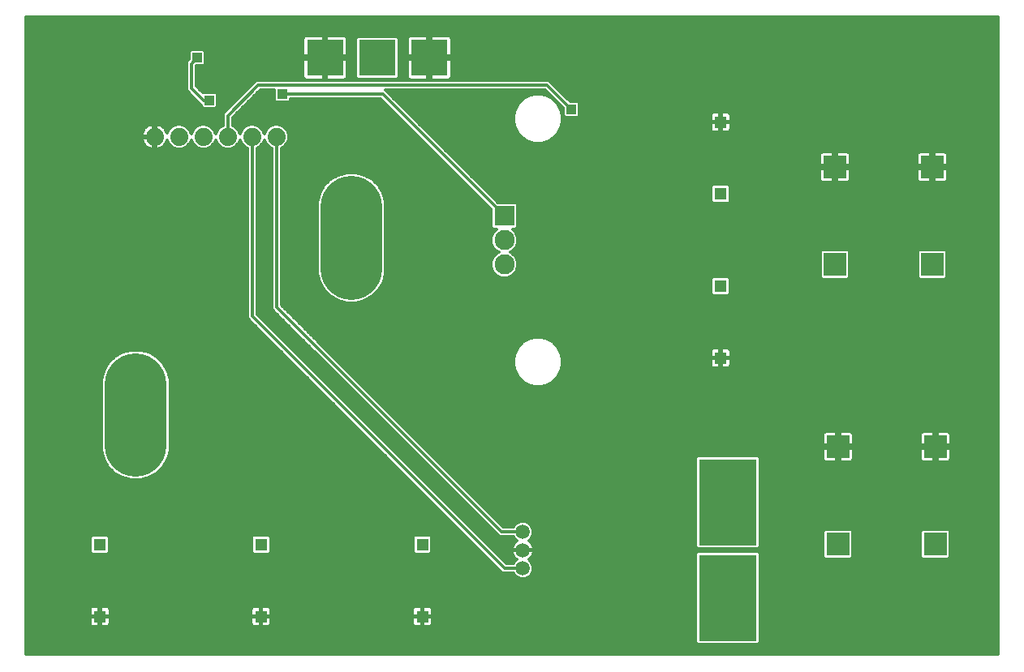
<source format=gbl>
G75*
%MOIN*%
%OFA0B0*%
%FSLAX24Y24*%
%IPPOS*%
%LPD*%
%AMOC8*
5,1,8,0,0,1.08239X$1,22.5*
%
%ADD10R,0.0945X0.0945*%
%ADD11C,0.0740*%
%ADD12R,0.0825X0.0825*%
%ADD13C,0.0825*%
%ADD14R,0.0515X0.0515*%
%ADD15C,0.0591*%
%ADD16R,0.2362X0.3543*%
%ADD17C,0.0397*%
%ADD18C,0.2540*%
%ADD19R,0.1500X0.1500*%
%ADD20R,0.0396X0.0396*%
%ADD21C,0.0120*%
D10*
X033861Y016660D03*
X037861Y016660D03*
X037861Y020660D03*
X033861Y020660D03*
X033986Y009160D03*
X037986Y009160D03*
X037986Y005160D03*
X033986Y005160D03*
D11*
X010910Y021910D03*
X009910Y021910D03*
X008910Y021910D03*
X007910Y021910D03*
X006910Y021910D03*
X005910Y021910D03*
D12*
X020279Y018660D03*
D13*
X020279Y017660D03*
X020279Y016660D03*
D14*
X029160Y015761D03*
X029160Y012809D03*
X029160Y019559D03*
X029160Y022511D03*
X016910Y005136D03*
X016910Y002184D03*
X010285Y002184D03*
X010285Y005136D03*
X003660Y005136D03*
X003660Y002184D03*
D15*
X021035Y004158D03*
X021035Y004910D03*
X021035Y005662D03*
D16*
X029460Y006879D03*
X029460Y002941D03*
D17*
X028673Y002678D03*
X028673Y002154D03*
X028830Y001682D03*
X029185Y001406D03*
X029736Y001406D03*
X030090Y001682D03*
X030248Y002154D03*
X030248Y002678D03*
X030248Y003205D03*
X030248Y003729D03*
X030090Y004201D03*
X029736Y004477D03*
X029185Y004477D03*
X028830Y004201D03*
X028673Y003729D03*
X028673Y003205D03*
X029185Y005343D03*
X028830Y005619D03*
X028673Y006091D03*
X028673Y006615D03*
X028673Y007142D03*
X028673Y007666D03*
X028830Y008138D03*
X029185Y008414D03*
X029736Y008414D03*
X030090Y008138D03*
X030248Y007666D03*
X030248Y007142D03*
X030248Y006615D03*
X030248Y006091D03*
X030090Y005619D03*
X029736Y005343D03*
D18*
X013995Y016484D02*
X013995Y019024D01*
X005136Y011741D02*
X005136Y009201D01*
D19*
X012910Y025160D03*
X015056Y025160D03*
X017201Y025160D03*
D20*
X023035Y023035D03*
X026160Y024160D03*
X011160Y023660D03*
X008160Y023410D03*
X007660Y025160D03*
D21*
X000620Y026821D02*
X000620Y000620D01*
X040570Y000620D01*
X040570Y026821D01*
X000620Y026821D01*
X000620Y026800D02*
X040570Y026800D01*
X040570Y026681D02*
X000620Y026681D01*
X000620Y026563D02*
X040570Y026563D01*
X040570Y026444D02*
X000620Y026444D01*
X000620Y026326D02*
X040570Y026326D01*
X040570Y026207D02*
X000620Y026207D01*
X000620Y026089D02*
X040570Y026089D01*
X040570Y025970D02*
X018101Y025970D01*
X018100Y025972D02*
X018079Y026008D01*
X018050Y026038D01*
X018013Y026059D01*
X017972Y026070D01*
X017261Y026070D01*
X017261Y025220D01*
X017141Y025220D01*
X017141Y025100D01*
X016291Y025100D01*
X016291Y024389D01*
X016302Y024348D01*
X016323Y024312D01*
X016353Y024282D01*
X016390Y024261D01*
X016430Y024250D01*
X017141Y024250D01*
X017141Y025100D01*
X017261Y025100D01*
X017261Y024250D01*
X017972Y024250D01*
X018013Y024261D01*
X018050Y024282D01*
X018079Y024312D01*
X018100Y024348D01*
X018111Y024389D01*
X018111Y025100D01*
X017261Y025100D01*
X017261Y025220D01*
X018111Y025220D01*
X018111Y025931D01*
X018100Y025972D01*
X018111Y025852D02*
X040570Y025852D01*
X040570Y025733D02*
X018111Y025733D01*
X018111Y025615D02*
X040570Y025615D01*
X040570Y025496D02*
X018111Y025496D01*
X018111Y025378D02*
X040570Y025378D01*
X040570Y025259D02*
X018111Y025259D01*
X018111Y025022D02*
X040570Y025022D01*
X040570Y024904D02*
X018111Y024904D01*
X018111Y024785D02*
X040570Y024785D01*
X040570Y024667D02*
X018111Y024667D01*
X018111Y024548D02*
X040570Y024548D01*
X040570Y024430D02*
X018111Y024430D01*
X018079Y024311D02*
X040570Y024311D01*
X040570Y024193D02*
X022160Y024193D01*
X022118Y024235D02*
X010077Y024235D01*
X009960Y024118D01*
X008710Y022868D01*
X008710Y022379D01*
X008621Y022342D01*
X008478Y022199D01*
X008410Y022036D01*
X008342Y022199D01*
X008199Y022342D01*
X008011Y022420D01*
X007809Y022420D01*
X007621Y022342D01*
X007478Y022199D01*
X007410Y022036D01*
X007342Y022199D01*
X007199Y022342D01*
X007011Y022420D01*
X006809Y022420D01*
X006621Y022342D01*
X006478Y022199D01*
X006419Y022058D01*
X006401Y022113D01*
X006363Y022188D01*
X006314Y022255D01*
X006255Y022314D01*
X006188Y022363D01*
X006113Y022401D01*
X006034Y022427D01*
X005952Y022440D01*
X005950Y022440D01*
X005950Y021950D01*
X005870Y021950D01*
X005870Y022440D01*
X005868Y022440D01*
X005786Y022427D01*
X005707Y022401D01*
X005632Y022363D01*
X005565Y022314D01*
X005506Y022255D01*
X005457Y022188D01*
X005419Y022113D01*
X005393Y022034D01*
X005380Y021952D01*
X005380Y021950D01*
X005870Y021950D01*
X005870Y021870D01*
X005950Y021870D01*
X005950Y021380D01*
X005952Y021380D01*
X006034Y021393D01*
X006113Y021419D01*
X006188Y021457D01*
X006255Y021506D01*
X006314Y021565D01*
X006363Y021632D01*
X006401Y021707D01*
X006419Y021762D01*
X006478Y021621D01*
X006621Y021478D01*
X006809Y021400D01*
X007011Y021400D01*
X007199Y021478D01*
X007342Y021621D01*
X007410Y021784D01*
X007478Y021621D01*
X007621Y021478D01*
X007809Y021400D01*
X008011Y021400D01*
X008199Y021478D01*
X008342Y021621D01*
X008410Y021784D01*
X008478Y021621D01*
X008621Y021478D01*
X008809Y021400D01*
X009011Y021400D01*
X009199Y021478D01*
X009342Y021621D01*
X009410Y021784D01*
X009478Y021621D01*
X009621Y021478D01*
X009710Y021441D01*
X009710Y014452D01*
X009827Y014335D01*
X020204Y003958D01*
X020647Y003958D01*
X020666Y003911D01*
X020788Y003789D01*
X020948Y003723D01*
X021122Y003723D01*
X021282Y003789D01*
X021404Y003911D01*
X021470Y004071D01*
X021470Y004245D01*
X021404Y004405D01*
X021282Y004527D01*
X021332Y004563D01*
X021382Y004613D01*
X021424Y004671D01*
X021457Y004735D01*
X021479Y004803D01*
X021490Y004874D01*
X021490Y004891D01*
X021054Y004891D01*
X021054Y004929D01*
X021490Y004929D01*
X021490Y004946D01*
X021479Y005017D01*
X021457Y005085D01*
X021424Y005149D01*
X021382Y005207D01*
X021332Y005257D01*
X021282Y005293D01*
X021404Y005415D01*
X021470Y005575D01*
X021470Y005749D01*
X021404Y005909D01*
X021282Y006031D01*
X021122Y006097D01*
X020948Y006097D01*
X020788Y006031D01*
X020666Y005909D01*
X020647Y005862D01*
X020241Y005862D01*
X011110Y014993D01*
X011110Y021441D01*
X011199Y021478D01*
X011342Y021621D01*
X011420Y021809D01*
X011420Y022011D01*
X011342Y022199D01*
X011199Y022342D01*
X011011Y022420D01*
X010809Y022420D01*
X010621Y022342D01*
X010478Y022199D01*
X010410Y022036D01*
X010342Y022199D01*
X010199Y022342D01*
X010011Y022420D01*
X009809Y022420D01*
X009621Y022342D01*
X009478Y022199D01*
X009410Y022036D01*
X009342Y022199D01*
X009199Y022342D01*
X009110Y022379D01*
X009110Y022702D01*
X010243Y023835D01*
X010822Y023835D01*
X010822Y023404D01*
X010904Y023322D01*
X011416Y023322D01*
X011498Y023404D01*
X011498Y023460D01*
X015196Y023460D01*
X019727Y018930D01*
X019727Y018190D01*
X019809Y018108D01*
X019945Y018108D01*
X019811Y017973D01*
X019727Y017770D01*
X019727Y017550D01*
X019811Y017347D01*
X019966Y017192D01*
X020042Y017160D01*
X019966Y017128D01*
X019811Y016973D01*
X019727Y016770D01*
X019727Y016550D01*
X019811Y016347D01*
X019966Y016192D01*
X020169Y016108D01*
X020389Y016108D01*
X020592Y016192D01*
X020747Y016347D01*
X020832Y016550D01*
X020832Y016770D01*
X020747Y016973D01*
X020592Y017128D01*
X020516Y017160D01*
X020592Y017192D01*
X020747Y017347D01*
X020832Y017550D01*
X020832Y017770D01*
X020747Y017973D01*
X020613Y018108D01*
X020750Y018108D01*
X020832Y018190D01*
X020832Y019130D01*
X020750Y019212D01*
X020009Y019212D01*
X015387Y023835D01*
X021952Y023835D01*
X022697Y023090D01*
X022697Y022779D01*
X022779Y022697D01*
X023291Y022697D01*
X023373Y022779D01*
X023373Y023291D01*
X023291Y023373D01*
X022980Y023373D01*
X022235Y024118D01*
X022118Y024235D01*
X022235Y024118D02*
X022235Y024118D01*
X022279Y024074D02*
X040570Y024074D01*
X040570Y023956D02*
X022397Y023956D01*
X022516Y023837D02*
X040570Y023837D01*
X040570Y023719D02*
X022634Y023719D01*
X022753Y023600D02*
X040570Y023600D01*
X040570Y023482D02*
X022871Y023482D01*
X022543Y023245D02*
X022490Y023245D01*
X022469Y023281D02*
X022281Y023469D01*
X022050Y023602D01*
X021793Y023671D01*
X021527Y023671D01*
X021270Y023602D01*
X021039Y023469D01*
X020851Y023281D01*
X020718Y023050D01*
X020649Y022793D01*
X020649Y022527D01*
X020718Y022270D01*
X020851Y022039D01*
X021039Y021851D01*
X021270Y021718D01*
X021527Y021649D01*
X021793Y021649D01*
X022050Y021718D01*
X022281Y021851D01*
X022469Y022039D01*
X022602Y022270D01*
X022671Y022527D01*
X022671Y022793D01*
X022602Y023050D01*
X022469Y023281D01*
X022424Y023363D02*
X022387Y023363D01*
X022306Y023482D02*
X022259Y023482D01*
X022187Y023600D02*
X022054Y023600D01*
X022069Y023719D02*
X015503Y023719D01*
X015622Y023600D02*
X021266Y023600D01*
X021061Y023482D02*
X015740Y023482D01*
X015859Y023363D02*
X020933Y023363D01*
X020830Y023245D02*
X015977Y023245D01*
X016096Y023126D02*
X020761Y023126D01*
X020706Y023008D02*
X016214Y023008D01*
X016333Y022889D02*
X020675Y022889D01*
X020649Y022771D02*
X016451Y022771D01*
X016570Y022652D02*
X020649Y022652D01*
X020649Y022534D02*
X016688Y022534D01*
X016807Y022415D02*
X020679Y022415D01*
X020711Y022297D02*
X016925Y022297D01*
X017044Y022178D02*
X020771Y022178D01*
X020839Y022060D02*
X017162Y022060D01*
X017281Y021941D02*
X020949Y021941D01*
X021088Y021823D02*
X017399Y021823D01*
X017518Y021704D02*
X021321Y021704D01*
X021999Y021704D02*
X040570Y021704D01*
X040570Y021586D02*
X017636Y021586D01*
X017755Y021467D02*
X040570Y021467D01*
X040570Y021349D02*
X017873Y021349D01*
X017992Y021230D02*
X033260Y021230D01*
X033260Y021231D02*
X033239Y021194D01*
X033228Y021154D01*
X033228Y020720D01*
X033801Y020720D01*
X033801Y021292D01*
X033367Y021292D01*
X033327Y021282D01*
X033290Y021260D01*
X033260Y021231D01*
X033228Y021112D02*
X018110Y021112D01*
X018229Y020993D02*
X033228Y020993D01*
X033228Y020875D02*
X018347Y020875D01*
X018466Y020756D02*
X033228Y020756D01*
X033228Y020600D02*
X033228Y020166D01*
X033239Y020126D01*
X033260Y020089D01*
X033290Y020060D01*
X033327Y020038D01*
X033367Y020028D01*
X033801Y020028D01*
X033801Y020600D01*
X033921Y020600D01*
X033921Y020720D01*
X034493Y020720D01*
X034493Y021154D01*
X034482Y021194D01*
X034461Y021231D01*
X034431Y021260D01*
X034395Y021282D01*
X034354Y021292D01*
X033921Y021292D01*
X033921Y020720D01*
X033801Y020720D01*
X033801Y020600D01*
X033228Y020600D01*
X033228Y020519D02*
X018703Y020519D01*
X018821Y020401D02*
X033228Y020401D01*
X033228Y020282D02*
X018940Y020282D01*
X019058Y020164D02*
X033229Y020164D01*
X033315Y020045D02*
X019177Y020045D01*
X019295Y019927D02*
X028815Y019927D01*
X028845Y019956D02*
X028763Y019874D01*
X028763Y019243D01*
X028845Y019161D01*
X029475Y019161D01*
X029557Y019243D01*
X029557Y019874D01*
X029475Y019956D01*
X028845Y019956D01*
X028763Y019808D02*
X019414Y019808D01*
X019532Y019690D02*
X028763Y019690D01*
X028763Y019571D02*
X019651Y019571D01*
X019769Y019453D02*
X028763Y019453D01*
X028763Y019334D02*
X019888Y019334D01*
X020006Y019216D02*
X028790Y019216D01*
X029530Y019216D02*
X040570Y019216D01*
X040570Y019334D02*
X029557Y019334D01*
X029557Y019453D02*
X040570Y019453D01*
X040570Y019571D02*
X029557Y019571D01*
X029557Y019690D02*
X040570Y019690D01*
X040570Y019808D02*
X029557Y019808D01*
X029505Y019927D02*
X040570Y019927D01*
X040570Y020045D02*
X038406Y020045D01*
X038395Y020038D02*
X038431Y020060D01*
X038461Y020089D01*
X038482Y020126D01*
X038493Y020166D01*
X038493Y020600D01*
X037921Y020600D01*
X037921Y020720D01*
X038493Y020720D01*
X038493Y021154D01*
X038482Y021194D01*
X038461Y021231D01*
X038431Y021260D01*
X038395Y021282D01*
X038354Y021292D01*
X037921Y021292D01*
X037921Y020720D01*
X037801Y020720D01*
X037801Y021292D01*
X037367Y021292D01*
X037327Y021282D01*
X037290Y021260D01*
X037260Y021231D01*
X037239Y021194D01*
X037228Y021154D01*
X037228Y020720D01*
X037801Y020720D01*
X037801Y020600D01*
X037921Y020600D01*
X037921Y020028D01*
X038354Y020028D01*
X038395Y020038D01*
X038492Y020164D02*
X040570Y020164D01*
X040570Y020282D02*
X038493Y020282D01*
X038493Y020401D02*
X040570Y020401D01*
X040570Y020519D02*
X038493Y020519D01*
X038493Y020756D02*
X040570Y020756D01*
X040570Y020638D02*
X037921Y020638D01*
X037921Y020756D02*
X037801Y020756D01*
X037801Y020638D02*
X033921Y020638D01*
X033921Y020600D02*
X034493Y020600D01*
X034493Y020166D01*
X034482Y020126D01*
X034461Y020089D01*
X034431Y020060D01*
X034395Y020038D01*
X034354Y020028D01*
X033921Y020028D01*
X033921Y020600D01*
X033921Y020519D02*
X033801Y020519D01*
X033801Y020401D02*
X033921Y020401D01*
X033921Y020282D02*
X033801Y020282D01*
X033801Y020164D02*
X033921Y020164D01*
X033921Y020045D02*
X033801Y020045D01*
X033801Y020638D02*
X018584Y020638D01*
X018256Y020401D02*
X014307Y020401D01*
X014180Y020434D02*
X013809Y020434D01*
X013450Y020338D01*
X013129Y020153D01*
X012866Y019890D01*
X012681Y019569D01*
X012585Y019210D01*
X012585Y016299D01*
X012681Y015940D01*
X012866Y015619D01*
X013129Y015356D01*
X013450Y015171D01*
X013809Y015074D01*
X014180Y015074D01*
X014539Y015171D01*
X014860Y015356D01*
X015123Y015619D01*
X015309Y015940D01*
X015405Y016299D01*
X015405Y019210D01*
X015309Y019569D01*
X015123Y019890D01*
X014860Y020153D01*
X014539Y020338D01*
X014180Y020434D01*
X014636Y020282D02*
X018374Y020282D01*
X018493Y020164D02*
X014842Y020164D01*
X014968Y020045D02*
X018611Y020045D01*
X018730Y019927D02*
X015087Y019927D01*
X015170Y019808D02*
X018848Y019808D01*
X018967Y019690D02*
X015239Y019690D01*
X015307Y019571D02*
X019085Y019571D01*
X019204Y019453D02*
X015340Y019453D01*
X015371Y019334D02*
X019322Y019334D01*
X019441Y019216D02*
X015403Y019216D01*
X015405Y019097D02*
X019559Y019097D01*
X019678Y018979D02*
X015405Y018979D01*
X015405Y018860D02*
X019727Y018860D01*
X019727Y018742D02*
X015405Y018742D01*
X015405Y018623D02*
X019727Y018623D01*
X019727Y018505D02*
X015405Y018505D01*
X015405Y018386D02*
X019727Y018386D01*
X019727Y018268D02*
X015405Y018268D01*
X015405Y018149D02*
X019767Y018149D01*
X019868Y018031D02*
X015405Y018031D01*
X015405Y017912D02*
X019785Y017912D01*
X019736Y017794D02*
X015405Y017794D01*
X015405Y017675D02*
X019727Y017675D01*
X019727Y017557D02*
X015405Y017557D01*
X015405Y017438D02*
X019773Y017438D01*
X019838Y017320D02*
X015405Y017320D01*
X015405Y017201D02*
X019957Y017201D01*
X019920Y017083D02*
X015405Y017083D01*
X015405Y016964D02*
X019807Y016964D01*
X019758Y016846D02*
X015405Y016846D01*
X015405Y016727D02*
X019727Y016727D01*
X019727Y016609D02*
X015405Y016609D01*
X015405Y016490D02*
X019751Y016490D01*
X019801Y016372D02*
X015405Y016372D01*
X015392Y016253D02*
X019905Y016253D01*
X020104Y016135D02*
X015361Y016135D01*
X015329Y016016D02*
X028763Y016016D01*
X028763Y016077D02*
X028763Y015446D01*
X028845Y015364D01*
X029475Y015364D01*
X029557Y015446D01*
X029557Y016077D01*
X029475Y016159D01*
X028845Y016159D01*
X028763Y016077D01*
X028820Y016135D02*
X020454Y016135D01*
X020653Y016253D02*
X033248Y016253D01*
X033248Y016135D02*
X029500Y016135D01*
X029557Y016016D02*
X040570Y016016D01*
X040570Y015898D02*
X029557Y015898D01*
X029557Y015779D02*
X040570Y015779D01*
X040570Y015661D02*
X029557Y015661D01*
X029557Y015542D02*
X040570Y015542D01*
X040570Y015424D02*
X029535Y015424D01*
X028785Y015424D02*
X014928Y015424D01*
X015046Y015542D02*
X028763Y015542D01*
X028763Y015661D02*
X015147Y015661D01*
X015215Y015779D02*
X028763Y015779D01*
X028763Y015898D02*
X015284Y015898D01*
X014772Y015305D02*
X040570Y015305D01*
X040570Y015187D02*
X014567Y015187D01*
X013423Y015187D02*
X011110Y015187D01*
X011110Y015305D02*
X013218Y015305D01*
X013062Y015424D02*
X011110Y015424D01*
X011110Y015542D02*
X012943Y015542D01*
X012842Y015661D02*
X011110Y015661D01*
X011110Y015779D02*
X012774Y015779D01*
X012705Y015898D02*
X011110Y015898D01*
X011110Y016016D02*
X012660Y016016D01*
X012629Y016135D02*
X011110Y016135D01*
X011110Y016253D02*
X012597Y016253D01*
X012585Y016372D02*
X011110Y016372D01*
X011110Y016490D02*
X012585Y016490D01*
X012585Y016609D02*
X011110Y016609D01*
X011110Y016727D02*
X012585Y016727D01*
X012585Y016846D02*
X011110Y016846D01*
X011110Y016964D02*
X012585Y016964D01*
X012585Y017083D02*
X011110Y017083D01*
X011110Y017201D02*
X012585Y017201D01*
X012585Y017320D02*
X011110Y017320D01*
X011110Y017438D02*
X012585Y017438D01*
X012585Y017557D02*
X011110Y017557D01*
X011110Y017675D02*
X012585Y017675D01*
X012585Y017794D02*
X011110Y017794D01*
X011110Y017912D02*
X012585Y017912D01*
X012585Y018031D02*
X011110Y018031D01*
X011110Y018149D02*
X012585Y018149D01*
X012585Y018268D02*
X011110Y018268D01*
X011110Y018386D02*
X012585Y018386D01*
X012585Y018505D02*
X011110Y018505D01*
X011110Y018623D02*
X012585Y018623D01*
X012585Y018742D02*
X011110Y018742D01*
X011110Y018860D02*
X012585Y018860D01*
X012585Y018979D02*
X011110Y018979D01*
X011110Y019097D02*
X012585Y019097D01*
X012586Y019216D02*
X011110Y019216D01*
X011110Y019334D02*
X012618Y019334D01*
X012650Y019453D02*
X011110Y019453D01*
X011110Y019571D02*
X012682Y019571D01*
X012750Y019690D02*
X011110Y019690D01*
X011110Y019808D02*
X012819Y019808D01*
X012903Y019927D02*
X011110Y019927D01*
X011110Y020045D02*
X013021Y020045D01*
X013148Y020164D02*
X011110Y020164D01*
X011110Y020282D02*
X013353Y020282D01*
X013682Y020401D02*
X011110Y020401D01*
X011110Y020519D02*
X018137Y020519D01*
X018019Y020638D02*
X011110Y020638D01*
X011110Y020756D02*
X017900Y020756D01*
X017782Y020875D02*
X011110Y020875D01*
X011110Y020993D02*
X017663Y020993D01*
X017545Y021112D02*
X011110Y021112D01*
X011110Y021230D02*
X017426Y021230D01*
X017308Y021349D02*
X011110Y021349D01*
X011173Y021467D02*
X017189Y021467D01*
X017071Y021586D02*
X011307Y021586D01*
X011377Y021704D02*
X016952Y021704D01*
X016834Y021823D02*
X011420Y021823D01*
X011420Y021941D02*
X016715Y021941D01*
X016597Y022060D02*
X011400Y022060D01*
X011351Y022178D02*
X016478Y022178D01*
X016360Y022297D02*
X011245Y022297D01*
X011023Y022415D02*
X016241Y022415D01*
X016123Y022534D02*
X009110Y022534D01*
X009110Y022652D02*
X016004Y022652D01*
X015886Y022771D02*
X009178Y022771D01*
X009297Y022889D02*
X015767Y022889D01*
X015649Y023008D02*
X009415Y023008D01*
X009534Y023126D02*
X015530Y023126D01*
X015412Y023245D02*
X009652Y023245D01*
X009771Y023363D02*
X010863Y023363D01*
X010822Y023482D02*
X009889Y023482D01*
X010008Y023600D02*
X010822Y023600D01*
X010822Y023719D02*
X010126Y023719D01*
X010160Y024035D02*
X022035Y024035D01*
X023035Y023035D01*
X023373Y023008D02*
X040570Y023008D01*
X040570Y023126D02*
X023373Y023126D01*
X023373Y023245D02*
X040570Y023245D01*
X040570Y023363D02*
X023301Y023363D01*
X023373Y022889D02*
X028796Y022889D01*
X028804Y022897D02*
X028774Y022867D01*
X028753Y022831D01*
X028743Y022790D01*
X028743Y022530D01*
X029141Y022530D01*
X029141Y022493D01*
X028743Y022493D01*
X028743Y022233D01*
X028753Y022192D01*
X028774Y022156D01*
X028804Y022126D01*
X028841Y022105D01*
X028881Y022094D01*
X029141Y022094D01*
X029141Y022493D01*
X029179Y022493D01*
X029179Y022530D01*
X029577Y022530D01*
X029577Y022790D01*
X029567Y022831D01*
X029546Y022867D01*
X029516Y022897D01*
X029479Y022918D01*
X029439Y022929D01*
X029179Y022929D01*
X029179Y022530D01*
X029141Y022530D01*
X029141Y022929D01*
X028881Y022929D01*
X028841Y022918D01*
X028804Y022897D01*
X028743Y022771D02*
X023365Y022771D01*
X022705Y022771D02*
X022671Y022771D01*
X022671Y022652D02*
X028743Y022652D01*
X028743Y022534D02*
X022671Y022534D01*
X022641Y022415D02*
X028743Y022415D01*
X028743Y022297D02*
X022609Y022297D01*
X022549Y022178D02*
X028762Y022178D01*
X029141Y022178D02*
X029179Y022178D01*
X029179Y022094D02*
X029439Y022094D01*
X029479Y022105D01*
X029516Y022126D01*
X029546Y022156D01*
X029567Y022192D01*
X029577Y022233D01*
X029577Y022493D01*
X029179Y022493D01*
X029179Y022094D01*
X029179Y022297D02*
X029141Y022297D01*
X029141Y022415D02*
X029179Y022415D01*
X029179Y022534D02*
X029141Y022534D01*
X029141Y022652D02*
X029179Y022652D01*
X029179Y022771D02*
X029141Y022771D01*
X029141Y022889D02*
X029179Y022889D01*
X029524Y022889D02*
X040570Y022889D01*
X040570Y022771D02*
X029577Y022771D01*
X029577Y022652D02*
X040570Y022652D01*
X040570Y022534D02*
X029577Y022534D01*
X029577Y022415D02*
X040570Y022415D01*
X040570Y022297D02*
X029577Y022297D01*
X029558Y022178D02*
X040570Y022178D01*
X040570Y022060D02*
X022481Y022060D01*
X022371Y021941D02*
X040570Y021941D01*
X040570Y021823D02*
X022232Y021823D01*
X022645Y022889D02*
X022697Y022889D01*
X022697Y023008D02*
X022614Y023008D01*
X022661Y023126D02*
X022559Y023126D01*
X025035Y025535D02*
X025160Y025660D01*
X026160Y024160D02*
X026660Y024160D01*
X033801Y021230D02*
X033921Y021230D01*
X033921Y021112D02*
X033801Y021112D01*
X033801Y020993D02*
X033921Y020993D01*
X033921Y020875D02*
X033801Y020875D01*
X033801Y020756D02*
X033921Y020756D01*
X034493Y020756D02*
X037228Y020756D01*
X037228Y020875D02*
X034493Y020875D01*
X034493Y020993D02*
X037228Y020993D01*
X037228Y021112D02*
X034493Y021112D01*
X034462Y021230D02*
X037260Y021230D01*
X037801Y021230D02*
X037921Y021230D01*
X037921Y021112D02*
X037801Y021112D01*
X037801Y020993D02*
X037921Y020993D01*
X037921Y020875D02*
X037801Y020875D01*
X037801Y020600D02*
X037228Y020600D01*
X037228Y020166D01*
X037239Y020126D01*
X037260Y020089D01*
X037290Y020060D01*
X037327Y020038D01*
X037367Y020028D01*
X037801Y020028D01*
X037801Y020600D01*
X037801Y020519D02*
X037921Y020519D01*
X037921Y020401D02*
X037801Y020401D01*
X037801Y020282D02*
X037921Y020282D01*
X037921Y020164D02*
X037801Y020164D01*
X037801Y020045D02*
X037921Y020045D01*
X037315Y020045D02*
X034406Y020045D01*
X034492Y020164D02*
X037229Y020164D01*
X037228Y020282D02*
X034493Y020282D01*
X034493Y020401D02*
X037228Y020401D01*
X037228Y020519D02*
X034493Y020519D01*
X038493Y020875D02*
X040570Y020875D01*
X040570Y020993D02*
X038493Y020993D01*
X038493Y021112D02*
X040570Y021112D01*
X040570Y021230D02*
X038462Y021230D01*
X040570Y019097D02*
X020832Y019097D01*
X020832Y018979D02*
X040570Y018979D01*
X040570Y018860D02*
X020832Y018860D01*
X020832Y018742D02*
X040570Y018742D01*
X040570Y018623D02*
X020832Y018623D01*
X020832Y018505D02*
X040570Y018505D01*
X040570Y018386D02*
X020832Y018386D01*
X020832Y018268D02*
X040570Y018268D01*
X040570Y018149D02*
X020791Y018149D01*
X020690Y018031D02*
X040570Y018031D01*
X040570Y017912D02*
X020773Y017912D01*
X020822Y017794D02*
X040570Y017794D01*
X040570Y017675D02*
X020832Y017675D01*
X020832Y017557D02*
X040570Y017557D01*
X040570Y017438D02*
X020785Y017438D01*
X020720Y017320D02*
X040570Y017320D01*
X040570Y017201D02*
X038463Y017201D01*
X038473Y017190D02*
X038391Y017272D01*
X037330Y017272D01*
X037248Y017190D01*
X037248Y016130D01*
X037330Y016048D01*
X038391Y016048D01*
X038473Y016130D01*
X038473Y017190D01*
X038473Y017083D02*
X040570Y017083D01*
X040570Y016964D02*
X038473Y016964D01*
X038473Y016846D02*
X040570Y016846D01*
X040570Y016727D02*
X038473Y016727D01*
X038473Y016609D02*
X040570Y016609D01*
X040570Y016490D02*
X038473Y016490D01*
X038473Y016372D02*
X040570Y016372D01*
X040570Y016253D02*
X038473Y016253D01*
X038473Y016135D02*
X040570Y016135D01*
X040570Y015068D02*
X011110Y015068D01*
X011153Y014950D02*
X040570Y014950D01*
X040570Y014831D02*
X011272Y014831D01*
X011390Y014713D02*
X040570Y014713D01*
X040570Y014594D02*
X011509Y014594D01*
X011627Y014476D02*
X040570Y014476D01*
X040570Y014357D02*
X011746Y014357D01*
X011864Y014239D02*
X040570Y014239D01*
X040570Y014120D02*
X011983Y014120D01*
X012101Y014002D02*
X040570Y014002D01*
X040570Y013883D02*
X012220Y013883D01*
X012338Y013765D02*
X040570Y013765D01*
X040570Y013646D02*
X021887Y013646D01*
X021793Y013671D02*
X021527Y013671D01*
X021270Y013602D01*
X021039Y013469D01*
X020851Y013281D01*
X020718Y013050D01*
X020649Y012793D01*
X020649Y012527D01*
X020718Y012270D01*
X020851Y012039D01*
X021039Y011851D01*
X021270Y011718D01*
X021527Y011649D01*
X021793Y011649D01*
X022050Y011718D01*
X022281Y011851D01*
X022469Y012039D01*
X022602Y012270D01*
X022671Y012527D01*
X022671Y012793D01*
X022602Y013050D01*
X022469Y013281D01*
X022281Y013469D01*
X022050Y013602D01*
X021793Y013671D01*
X021433Y013646D02*
X012457Y013646D01*
X012575Y013528D02*
X021140Y013528D01*
X020979Y013409D02*
X012694Y013409D01*
X012812Y013291D02*
X020861Y013291D01*
X020788Y013172D02*
X012931Y013172D01*
X013049Y013054D02*
X020720Y013054D01*
X020687Y012935D02*
X013168Y012935D01*
X013286Y012817D02*
X020655Y012817D01*
X020649Y012698D02*
X013405Y012698D01*
X013523Y012580D02*
X020649Y012580D01*
X020666Y012461D02*
X013642Y012461D01*
X013760Y012343D02*
X020698Y012343D01*
X020744Y012224D02*
X013879Y012224D01*
X013997Y012106D02*
X020813Y012106D01*
X020903Y011987D02*
X014116Y011987D01*
X014234Y011869D02*
X021021Y011869D01*
X021214Y011750D02*
X014353Y011750D01*
X014471Y011632D02*
X040570Y011632D01*
X040570Y011750D02*
X022106Y011750D01*
X022299Y011869D02*
X040570Y011869D01*
X040570Y011987D02*
X022417Y011987D01*
X022507Y012106D02*
X040570Y012106D01*
X040570Y012224D02*
X022576Y012224D01*
X022622Y012343D02*
X040570Y012343D01*
X040570Y012461D02*
X029550Y012461D01*
X029546Y012453D02*
X029567Y012489D01*
X029577Y012530D01*
X029577Y012790D01*
X029179Y012790D01*
X029179Y012827D01*
X029577Y012827D01*
X029577Y013087D01*
X029567Y013128D01*
X029546Y013164D01*
X029516Y013194D01*
X029479Y013215D01*
X029439Y013226D01*
X029179Y013226D01*
X029179Y012827D01*
X029141Y012827D01*
X029141Y012790D01*
X028743Y012790D01*
X028743Y012530D01*
X028753Y012489D01*
X028774Y012453D01*
X028804Y012423D01*
X028841Y012402D01*
X028881Y012391D01*
X029141Y012391D01*
X029141Y012790D01*
X029179Y012790D01*
X029179Y012391D01*
X029439Y012391D01*
X029479Y012402D01*
X029516Y012423D01*
X029546Y012453D01*
X029577Y012580D02*
X040570Y012580D01*
X040570Y012698D02*
X029577Y012698D01*
X029577Y012935D02*
X040570Y012935D01*
X040570Y012817D02*
X029179Y012817D01*
X029141Y012817D02*
X022665Y012817D01*
X022671Y012698D02*
X028743Y012698D01*
X028743Y012580D02*
X022671Y012580D01*
X022654Y012461D02*
X028770Y012461D01*
X028743Y012827D02*
X029141Y012827D01*
X029141Y013226D01*
X028881Y013226D01*
X028841Y013215D01*
X028804Y013194D01*
X028774Y013164D01*
X028753Y013128D01*
X028743Y013087D01*
X028743Y012827D01*
X028743Y012935D02*
X022633Y012935D01*
X022600Y013054D02*
X028743Y013054D01*
X028782Y013172D02*
X022532Y013172D01*
X022459Y013291D02*
X040570Y013291D01*
X040570Y013409D02*
X022341Y013409D01*
X022180Y013528D02*
X040570Y013528D01*
X040570Y013172D02*
X029538Y013172D01*
X029577Y013054D02*
X040570Y013054D01*
X040570Y011513D02*
X014590Y011513D01*
X014708Y011395D02*
X040570Y011395D01*
X040570Y011276D02*
X014827Y011276D01*
X014945Y011158D02*
X040570Y011158D01*
X040570Y011039D02*
X015064Y011039D01*
X015182Y010921D02*
X040570Y010921D01*
X040570Y010802D02*
X015301Y010802D01*
X015419Y010684D02*
X040570Y010684D01*
X040570Y010565D02*
X015538Y010565D01*
X015656Y010447D02*
X040570Y010447D01*
X040570Y010328D02*
X015775Y010328D01*
X015893Y010210D02*
X040570Y010210D01*
X040570Y010091D02*
X016012Y010091D01*
X016130Y009973D02*
X040570Y009973D01*
X040570Y009854D02*
X016249Y009854D01*
X016367Y009736D02*
X033390Y009736D01*
X033385Y009731D02*
X033364Y009694D01*
X033353Y009654D01*
X033353Y009220D01*
X033926Y009220D01*
X033926Y009792D01*
X033492Y009792D01*
X033452Y009782D01*
X033415Y009760D01*
X033385Y009731D01*
X033353Y009617D02*
X016486Y009617D01*
X016604Y009499D02*
X033353Y009499D01*
X033353Y009380D02*
X016723Y009380D01*
X016841Y009262D02*
X033353Y009262D01*
X033353Y009100D02*
X033353Y008666D01*
X033364Y008626D01*
X033385Y008589D01*
X033415Y008560D01*
X033452Y008538D01*
X033492Y008528D01*
X033926Y008528D01*
X033926Y009100D01*
X034046Y009100D01*
X034046Y009220D01*
X034618Y009220D01*
X034618Y009654D01*
X034607Y009694D01*
X034586Y009731D01*
X034556Y009760D01*
X034520Y009782D01*
X034479Y009792D01*
X034046Y009792D01*
X034046Y009220D01*
X033926Y009220D01*
X033926Y009100D01*
X033353Y009100D01*
X033353Y009025D02*
X017078Y009025D01*
X016960Y009143D02*
X033926Y009143D01*
X033926Y009025D02*
X034046Y009025D01*
X034046Y009100D02*
X034046Y008528D01*
X034479Y008528D01*
X034520Y008538D01*
X034556Y008560D01*
X034586Y008589D01*
X034607Y008626D01*
X034618Y008666D01*
X034618Y009100D01*
X034046Y009100D01*
X034046Y009143D02*
X037926Y009143D01*
X037926Y009100D02*
X037353Y009100D01*
X037353Y008666D01*
X037364Y008626D01*
X037385Y008589D01*
X037415Y008560D01*
X037452Y008538D01*
X037492Y008528D01*
X037926Y008528D01*
X037926Y009100D01*
X038046Y009100D01*
X038046Y009220D01*
X038618Y009220D01*
X038618Y009654D01*
X038607Y009694D01*
X038586Y009731D01*
X038556Y009760D01*
X038520Y009782D01*
X038479Y009792D01*
X038046Y009792D01*
X038046Y009220D01*
X037926Y009220D01*
X037926Y009792D01*
X037492Y009792D01*
X037452Y009782D01*
X037415Y009760D01*
X037385Y009731D01*
X037364Y009694D01*
X037353Y009654D01*
X037353Y009220D01*
X037926Y009220D01*
X037926Y009100D01*
X037926Y009025D02*
X038046Y009025D01*
X038046Y009100D02*
X038046Y008528D01*
X038479Y008528D01*
X038520Y008538D01*
X038556Y008560D01*
X038586Y008589D01*
X038607Y008626D01*
X038618Y008666D01*
X038618Y009100D01*
X038046Y009100D01*
X038046Y009143D02*
X040570Y009143D01*
X040570Y009025D02*
X038618Y009025D01*
X038618Y008906D02*
X040570Y008906D01*
X040570Y008788D02*
X038618Y008788D01*
X038618Y008669D02*
X040570Y008669D01*
X040570Y008551D02*
X038541Y008551D01*
X038046Y008551D02*
X037926Y008551D01*
X037926Y008669D02*
X038046Y008669D01*
X038046Y008788D02*
X037926Y008788D01*
X037926Y008906D02*
X038046Y008906D01*
X038046Y009262D02*
X037926Y009262D01*
X037926Y009380D02*
X038046Y009380D01*
X038046Y009499D02*
X037926Y009499D01*
X037926Y009617D02*
X038046Y009617D01*
X038046Y009736D02*
X037926Y009736D01*
X037390Y009736D02*
X034581Y009736D01*
X034618Y009617D02*
X037353Y009617D01*
X037353Y009499D02*
X034618Y009499D01*
X034618Y009380D02*
X037353Y009380D01*
X037353Y009262D02*
X034618Y009262D01*
X034618Y009025D02*
X037353Y009025D01*
X037353Y008906D02*
X034618Y008906D01*
X034618Y008788D02*
X037353Y008788D01*
X037353Y008669D02*
X034618Y008669D01*
X034541Y008551D02*
X037431Y008551D01*
X038618Y009262D02*
X040570Y009262D01*
X040570Y009380D02*
X038618Y009380D01*
X038618Y009499D02*
X040570Y009499D01*
X040570Y009617D02*
X038618Y009617D01*
X038581Y009736D02*
X040570Y009736D01*
X040570Y008432D02*
X030781Y008432D01*
X030781Y008314D02*
X040570Y008314D01*
X040570Y008195D02*
X030781Y008195D01*
X030781Y008077D02*
X040570Y008077D01*
X040570Y007958D02*
X030781Y007958D01*
X030781Y007840D02*
X040570Y007840D01*
X040570Y007721D02*
X030781Y007721D01*
X030781Y007603D02*
X040570Y007603D01*
X040570Y007484D02*
X030781Y007484D01*
X030781Y007366D02*
X040570Y007366D01*
X040570Y007247D02*
X030781Y007247D01*
X030781Y007129D02*
X040570Y007129D01*
X040570Y007010D02*
X030781Y007010D01*
X030781Y006892D02*
X040570Y006892D01*
X040570Y006773D02*
X030781Y006773D01*
X030781Y006655D02*
X040570Y006655D01*
X040570Y006536D02*
X030781Y006536D01*
X030781Y006418D02*
X040570Y006418D01*
X040570Y006299D02*
X030781Y006299D01*
X030781Y006181D02*
X040570Y006181D01*
X040570Y006062D02*
X030781Y006062D01*
X030781Y005944D02*
X040570Y005944D01*
X040570Y005825D02*
X030781Y005825D01*
X030781Y005707D02*
X033389Y005707D01*
X033373Y005690D02*
X033373Y004630D01*
X033455Y004548D01*
X034516Y004548D01*
X034598Y004630D01*
X034598Y005690D01*
X034516Y005772D01*
X033455Y005772D01*
X033373Y005690D01*
X033373Y005588D02*
X030781Y005588D01*
X030781Y005470D02*
X033373Y005470D01*
X033373Y005351D02*
X030781Y005351D01*
X030781Y005233D02*
X033373Y005233D01*
X033373Y005114D02*
X030781Y005114D01*
X030781Y005049D02*
X030781Y008708D01*
X030699Y008790D01*
X028221Y008790D01*
X028139Y008708D01*
X028139Y005049D01*
X028221Y004967D01*
X030699Y004967D01*
X030781Y005049D01*
X030728Y004996D02*
X033373Y004996D01*
X033373Y004877D02*
X021490Y004877D01*
X021482Y004996D02*
X028192Y004996D01*
X028139Y005114D02*
X021442Y005114D01*
X021356Y005233D02*
X028139Y005233D01*
X028139Y005351D02*
X021340Y005351D01*
X021426Y005470D02*
X028139Y005470D01*
X028139Y005588D02*
X021470Y005588D01*
X021470Y005707D02*
X028139Y005707D01*
X028139Y005825D02*
X021439Y005825D01*
X021369Y005944D02*
X028139Y005944D01*
X028139Y006062D02*
X021207Y006062D01*
X020863Y006062D02*
X020041Y006062D01*
X020159Y005944D02*
X020701Y005944D01*
X021035Y005662D02*
X020158Y005662D01*
X010910Y014910D01*
X010910Y021910D01*
X010443Y021704D02*
X010377Y021704D01*
X010410Y021784D02*
X010478Y021621D01*
X010621Y021478D01*
X010710Y021441D01*
X010710Y014827D01*
X010827Y014710D01*
X020075Y005462D01*
X020647Y005462D01*
X020666Y005415D01*
X020788Y005293D01*
X020738Y005257D01*
X020688Y005207D01*
X020646Y005149D01*
X020613Y005085D01*
X020591Y005017D01*
X020580Y004946D01*
X020580Y004929D01*
X021016Y004929D01*
X021016Y004891D01*
X020580Y004891D01*
X020580Y004874D01*
X020591Y004803D01*
X020613Y004735D01*
X020646Y004671D01*
X020688Y004613D01*
X020738Y004563D01*
X020788Y004527D01*
X020666Y004405D01*
X020647Y004358D01*
X020370Y004358D01*
X010110Y014618D01*
X010110Y021441D01*
X010199Y021478D01*
X010342Y021621D01*
X010410Y021784D01*
X010307Y021586D02*
X010513Y021586D01*
X010647Y021467D02*
X010173Y021467D01*
X010110Y021349D02*
X010710Y021349D01*
X010710Y021230D02*
X010110Y021230D01*
X010110Y021112D02*
X010710Y021112D01*
X010710Y020993D02*
X010110Y020993D01*
X010110Y020875D02*
X010710Y020875D01*
X010710Y020756D02*
X010110Y020756D01*
X010110Y020638D02*
X010710Y020638D01*
X010710Y020519D02*
X010110Y020519D01*
X010110Y020401D02*
X010710Y020401D01*
X010710Y020282D02*
X010110Y020282D01*
X010110Y020164D02*
X010710Y020164D01*
X010710Y020045D02*
X010110Y020045D01*
X010110Y019927D02*
X010710Y019927D01*
X010710Y019808D02*
X010110Y019808D01*
X010110Y019690D02*
X010710Y019690D01*
X010710Y019571D02*
X010110Y019571D01*
X010110Y019453D02*
X010710Y019453D01*
X010710Y019334D02*
X010110Y019334D01*
X010110Y019216D02*
X010710Y019216D01*
X010710Y019097D02*
X010110Y019097D01*
X010110Y018979D02*
X010710Y018979D01*
X010710Y018860D02*
X010110Y018860D01*
X010110Y018742D02*
X010710Y018742D01*
X010710Y018623D02*
X010110Y018623D01*
X010110Y018505D02*
X010710Y018505D01*
X010710Y018386D02*
X010110Y018386D01*
X010110Y018268D02*
X010710Y018268D01*
X010710Y018149D02*
X010110Y018149D01*
X010110Y018031D02*
X010710Y018031D01*
X010710Y017912D02*
X010110Y017912D01*
X010110Y017794D02*
X010710Y017794D01*
X010710Y017675D02*
X010110Y017675D01*
X010110Y017557D02*
X010710Y017557D01*
X010710Y017438D02*
X010110Y017438D01*
X010110Y017320D02*
X010710Y017320D01*
X010710Y017201D02*
X010110Y017201D01*
X010110Y017083D02*
X010710Y017083D01*
X010710Y016964D02*
X010110Y016964D01*
X010110Y016846D02*
X010710Y016846D01*
X010710Y016727D02*
X010110Y016727D01*
X010110Y016609D02*
X010710Y016609D01*
X010710Y016490D02*
X010110Y016490D01*
X010110Y016372D02*
X010710Y016372D01*
X010710Y016253D02*
X010110Y016253D01*
X010110Y016135D02*
X010710Y016135D01*
X010710Y016016D02*
X010110Y016016D01*
X010110Y015898D02*
X010710Y015898D01*
X010710Y015779D02*
X010110Y015779D01*
X010110Y015661D02*
X010710Y015661D01*
X010710Y015542D02*
X010110Y015542D01*
X010110Y015424D02*
X010710Y015424D01*
X010710Y015305D02*
X010110Y015305D01*
X010110Y015187D02*
X010710Y015187D01*
X010710Y015068D02*
X010110Y015068D01*
X010110Y014950D02*
X010710Y014950D01*
X010710Y014831D02*
X010110Y014831D01*
X010110Y014713D02*
X010825Y014713D01*
X010943Y014594D02*
X010134Y014594D01*
X010252Y014476D02*
X011062Y014476D01*
X011180Y014357D02*
X010371Y014357D01*
X010489Y014239D02*
X011299Y014239D01*
X011417Y014120D02*
X010608Y014120D01*
X010726Y014002D02*
X011536Y014002D01*
X011654Y013883D02*
X010845Y013883D01*
X010963Y013765D02*
X011773Y013765D01*
X011891Y013646D02*
X011082Y013646D01*
X011200Y013528D02*
X012010Y013528D01*
X012128Y013409D02*
X011319Y013409D01*
X011437Y013291D02*
X012247Y013291D01*
X012365Y013172D02*
X011556Y013172D01*
X011674Y013054D02*
X012484Y013054D01*
X012602Y012935D02*
X011793Y012935D01*
X011911Y012817D02*
X012721Y012817D01*
X012839Y012698D02*
X012030Y012698D01*
X012148Y012580D02*
X012958Y012580D01*
X013076Y012461D02*
X012267Y012461D01*
X012385Y012343D02*
X013195Y012343D01*
X013313Y012224D02*
X012504Y012224D01*
X012622Y012106D02*
X013432Y012106D01*
X013550Y011987D02*
X012741Y011987D01*
X012859Y011869D02*
X013669Y011869D01*
X013787Y011750D02*
X012978Y011750D01*
X013096Y011632D02*
X013906Y011632D01*
X014024Y011513D02*
X013215Y011513D01*
X013333Y011395D02*
X014143Y011395D01*
X014261Y011276D02*
X013452Y011276D01*
X013570Y011158D02*
X014380Y011158D01*
X014498Y011039D02*
X013689Y011039D01*
X013807Y010921D02*
X014617Y010921D01*
X014735Y010802D02*
X013926Y010802D01*
X014044Y010684D02*
X014854Y010684D01*
X014972Y010565D02*
X014163Y010565D01*
X014281Y010447D02*
X015091Y010447D01*
X015209Y010328D02*
X014400Y010328D01*
X014518Y010210D02*
X015328Y010210D01*
X015446Y010091D02*
X014637Y010091D01*
X014755Y009973D02*
X015565Y009973D01*
X015683Y009854D02*
X014874Y009854D01*
X014992Y009736D02*
X015802Y009736D01*
X015920Y009617D02*
X015111Y009617D01*
X015229Y009499D02*
X016039Y009499D01*
X016157Y009380D02*
X015348Y009380D01*
X015466Y009262D02*
X016276Y009262D01*
X016394Y009143D02*
X015585Y009143D01*
X015703Y009025D02*
X016513Y009025D01*
X016631Y008906D02*
X015822Y008906D01*
X015940Y008788D02*
X016750Y008788D01*
X016868Y008669D02*
X016059Y008669D01*
X016177Y008551D02*
X016987Y008551D01*
X017105Y008432D02*
X016296Y008432D01*
X016414Y008314D02*
X017224Y008314D01*
X017342Y008195D02*
X016533Y008195D01*
X016651Y008077D02*
X017461Y008077D01*
X017579Y007958D02*
X016770Y007958D01*
X016888Y007840D02*
X017698Y007840D01*
X017816Y007721D02*
X017007Y007721D01*
X017125Y007603D02*
X017935Y007603D01*
X018053Y007484D02*
X017244Y007484D01*
X017362Y007366D02*
X018172Y007366D01*
X018290Y007247D02*
X017481Y007247D01*
X017599Y007129D02*
X018409Y007129D01*
X018527Y007010D02*
X017718Y007010D01*
X017836Y006892D02*
X018646Y006892D01*
X018764Y006773D02*
X017955Y006773D01*
X018073Y006655D02*
X018883Y006655D01*
X019001Y006536D02*
X018192Y006536D01*
X018310Y006418D02*
X019120Y006418D01*
X019238Y006299D02*
X018429Y006299D01*
X018547Y006181D02*
X019357Y006181D01*
X019475Y006062D02*
X018666Y006062D01*
X018784Y005944D02*
X019594Y005944D01*
X019712Y005825D02*
X018903Y005825D01*
X019021Y005707D02*
X019831Y005707D01*
X019949Y005588D02*
X019140Y005588D01*
X019258Y005470D02*
X020068Y005470D01*
X019495Y005233D02*
X020714Y005233D01*
X020730Y005351D02*
X019377Y005351D01*
X019614Y005114D02*
X020628Y005114D01*
X020588Y004996D02*
X019732Y004996D01*
X019851Y004877D02*
X020580Y004877D01*
X020606Y004759D02*
X019969Y004759D01*
X020088Y004640D02*
X020668Y004640D01*
X020783Y004522D02*
X020206Y004522D01*
X020325Y004403D02*
X020665Y004403D01*
X021035Y004158D02*
X020287Y004158D01*
X009910Y014535D01*
X009910Y021910D01*
X009443Y021704D02*
X009377Y021704D01*
X009307Y021586D02*
X009513Y021586D01*
X009647Y021467D02*
X009173Y021467D01*
X009710Y021349D02*
X000620Y021349D01*
X000620Y021467D02*
X005618Y021467D01*
X005632Y021457D02*
X005707Y021419D01*
X005786Y021393D01*
X005868Y021380D01*
X005870Y021380D01*
X005870Y021870D01*
X005380Y021870D01*
X005380Y021868D01*
X005393Y021786D01*
X005419Y021707D01*
X005457Y021632D01*
X005506Y021565D01*
X005565Y021506D01*
X005632Y021457D01*
X005491Y021586D02*
X000620Y021586D01*
X000620Y021704D02*
X005420Y021704D01*
X005387Y021823D02*
X000620Y021823D01*
X000620Y021941D02*
X005870Y021941D01*
X005870Y021823D02*
X005950Y021823D01*
X005950Y021704D02*
X005870Y021704D01*
X005870Y021586D02*
X005950Y021586D01*
X005950Y021467D02*
X005870Y021467D01*
X006202Y021467D02*
X006647Y021467D01*
X006513Y021586D02*
X006329Y021586D01*
X006400Y021704D02*
X006443Y021704D01*
X006419Y022060D02*
X006420Y022060D01*
X006469Y022178D02*
X006368Y022178D01*
X006273Y022297D02*
X006575Y022297D01*
X006797Y022415D02*
X006071Y022415D01*
X005950Y022415D02*
X005870Y022415D01*
X005870Y022297D02*
X005950Y022297D01*
X005950Y022178D02*
X005870Y022178D01*
X005870Y022060D02*
X005950Y022060D01*
X005749Y022415D02*
X000620Y022415D01*
X000620Y022297D02*
X005547Y022297D01*
X005452Y022178D02*
X000620Y022178D01*
X000620Y022060D02*
X005401Y022060D01*
X007023Y022415D02*
X007797Y022415D01*
X008023Y022415D02*
X008710Y022415D01*
X008710Y022534D02*
X000620Y022534D01*
X000620Y022652D02*
X008710Y022652D01*
X008710Y022771D02*
X000620Y022771D01*
X000620Y022889D02*
X008731Y022889D01*
X008850Y023008D02*
X000620Y023008D01*
X000620Y023126D02*
X007850Y023126D01*
X007822Y023154D02*
X007904Y023072D01*
X008416Y023072D01*
X008498Y023154D01*
X008498Y023666D01*
X008416Y023748D01*
X007904Y023748D01*
X007879Y023724D01*
X007610Y023993D01*
X007610Y024822D01*
X007916Y024822D01*
X007998Y024904D01*
X007998Y025416D01*
X007916Y025498D01*
X007404Y025498D01*
X007322Y025416D01*
X007322Y025105D01*
X007210Y024993D01*
X007210Y023827D01*
X007327Y023710D01*
X007822Y023215D01*
X007822Y023154D01*
X007793Y023245D02*
X000620Y023245D01*
X000620Y023363D02*
X007674Y023363D01*
X007556Y023482D02*
X000620Y023482D01*
X000620Y023600D02*
X007437Y023600D01*
X007319Y023719D02*
X000620Y023719D01*
X000620Y023837D02*
X007210Y023837D01*
X007210Y023956D02*
X000620Y023956D01*
X000620Y024074D02*
X007210Y024074D01*
X007210Y024193D02*
X000620Y024193D01*
X000620Y024311D02*
X007210Y024311D01*
X007210Y024430D02*
X000620Y024430D01*
X000620Y024548D02*
X007210Y024548D01*
X007210Y024667D02*
X000620Y024667D01*
X000620Y024785D02*
X007210Y024785D01*
X007210Y024904D02*
X000620Y024904D01*
X000620Y025022D02*
X007239Y025022D01*
X007322Y025141D02*
X000620Y025141D01*
X000620Y025259D02*
X007322Y025259D01*
X007322Y025378D02*
X000620Y025378D01*
X000620Y025496D02*
X007402Y025496D01*
X007660Y025160D02*
X007410Y024910D01*
X007410Y023910D01*
X007910Y023410D01*
X008160Y023410D01*
X008498Y023363D02*
X009205Y023363D01*
X009087Y023245D02*
X008498Y023245D01*
X008470Y023126D02*
X008968Y023126D01*
X008910Y022785D02*
X010160Y024035D01*
X010035Y024193D02*
X007610Y024193D01*
X007610Y024311D02*
X012033Y024311D01*
X012032Y024312D02*
X012062Y024282D01*
X012098Y024261D01*
X012139Y024250D01*
X012850Y024250D01*
X012850Y025100D01*
X012970Y025100D01*
X012970Y025220D01*
X013820Y025220D01*
X013820Y025931D01*
X013809Y025972D01*
X013788Y026008D01*
X013758Y026038D01*
X013722Y026059D01*
X013681Y026070D01*
X012970Y026070D01*
X012970Y025220D01*
X012850Y025220D01*
X012850Y026070D01*
X012139Y026070D01*
X012098Y026059D01*
X012062Y026038D01*
X012032Y026008D01*
X012011Y025972D01*
X012000Y025931D01*
X012000Y025220D01*
X012850Y025220D01*
X012850Y025100D01*
X012000Y025100D01*
X012000Y024389D01*
X012011Y024348D01*
X012032Y024312D01*
X012000Y024430D02*
X007610Y024430D01*
X007610Y024548D02*
X012000Y024548D01*
X012000Y024667D02*
X007610Y024667D01*
X007610Y024785D02*
X012000Y024785D01*
X012000Y024904D02*
X007998Y024904D01*
X007998Y025022D02*
X012000Y025022D01*
X012000Y025259D02*
X007998Y025259D01*
X007998Y025141D02*
X012850Y025141D01*
X012850Y025259D02*
X012970Y025259D01*
X012970Y025141D02*
X014166Y025141D01*
X014166Y025259D02*
X013820Y025259D01*
X013820Y025378D02*
X014166Y025378D01*
X014166Y025496D02*
X013820Y025496D01*
X013820Y025615D02*
X014166Y025615D01*
X014166Y025733D02*
X013820Y025733D01*
X013820Y025852D02*
X014166Y025852D01*
X014166Y025968D02*
X014166Y024352D01*
X014248Y024270D01*
X015864Y024270D01*
X015946Y024352D01*
X015946Y025968D01*
X015864Y026050D01*
X014248Y026050D01*
X014166Y025968D01*
X014168Y025970D02*
X013810Y025970D01*
X012970Y025970D02*
X012850Y025970D01*
X012850Y025852D02*
X012970Y025852D01*
X012970Y025733D02*
X012850Y025733D01*
X012850Y025615D02*
X012970Y025615D01*
X012970Y025496D02*
X012850Y025496D01*
X012850Y025378D02*
X012970Y025378D01*
X012970Y025100D02*
X013820Y025100D01*
X013820Y024389D01*
X013809Y024348D01*
X013788Y024312D01*
X013758Y024282D01*
X013722Y024261D01*
X013681Y024250D01*
X012970Y024250D01*
X012970Y025100D01*
X012970Y025022D02*
X012850Y025022D01*
X012850Y024904D02*
X012970Y024904D01*
X012970Y024785D02*
X012850Y024785D01*
X012850Y024667D02*
X012970Y024667D01*
X012970Y024548D02*
X012850Y024548D01*
X012850Y024430D02*
X012970Y024430D01*
X012970Y024311D02*
X012850Y024311D01*
X013787Y024311D02*
X014207Y024311D01*
X014166Y024430D02*
X013820Y024430D01*
X013820Y024548D02*
X014166Y024548D01*
X014166Y024667D02*
X013820Y024667D01*
X013820Y024785D02*
X014166Y024785D01*
X014166Y024904D02*
X013820Y024904D01*
X013820Y025022D02*
X014166Y025022D01*
X015279Y023660D02*
X020279Y018660D01*
X020601Y017201D02*
X033259Y017201D01*
X033248Y017190D02*
X033248Y016130D01*
X033330Y016048D01*
X034391Y016048D01*
X034473Y016130D01*
X034473Y017190D01*
X034391Y017272D01*
X033330Y017272D01*
X033248Y017190D01*
X033248Y017083D02*
X020638Y017083D01*
X020751Y016964D02*
X033248Y016964D01*
X033248Y016846D02*
X020800Y016846D01*
X020832Y016727D02*
X033248Y016727D01*
X033248Y016609D02*
X020832Y016609D01*
X020807Y016490D02*
X033248Y016490D01*
X033248Y016372D02*
X020758Y016372D01*
X013479Y010684D02*
X006546Y010684D01*
X006546Y010802D02*
X013360Y010802D01*
X013242Y010921D02*
X006546Y010921D01*
X006546Y011039D02*
X013123Y011039D01*
X013005Y011158D02*
X006546Y011158D01*
X006546Y011276D02*
X012886Y011276D01*
X012768Y011395D02*
X006546Y011395D01*
X006546Y011513D02*
X012649Y011513D01*
X012531Y011632D02*
X006546Y011632D01*
X006546Y011750D02*
X012412Y011750D01*
X012294Y011869D02*
X006546Y011869D01*
X006546Y011927D02*
X006450Y012285D01*
X006265Y012607D01*
X006002Y012869D01*
X005681Y013055D01*
X005322Y013151D01*
X004951Y013151D01*
X004592Y013055D01*
X004271Y012869D01*
X004008Y012607D01*
X003822Y012285D01*
X003726Y011927D01*
X003726Y009015D01*
X003822Y008657D01*
X004008Y008335D01*
X004271Y008073D01*
X004592Y007887D01*
X004951Y007791D01*
X005322Y007791D01*
X005681Y007887D01*
X006002Y008073D01*
X006265Y008335D01*
X006450Y008657D01*
X006546Y009015D01*
X006546Y011927D01*
X006530Y011987D02*
X012175Y011987D01*
X012057Y012106D02*
X006498Y012106D01*
X006467Y012224D02*
X011938Y012224D01*
X011820Y012343D02*
X006417Y012343D01*
X006349Y012461D02*
X011701Y012461D01*
X011583Y012580D02*
X006280Y012580D01*
X006173Y012698D02*
X011464Y012698D01*
X011346Y012817D02*
X006055Y012817D01*
X005888Y012935D02*
X011227Y012935D01*
X011109Y013054D02*
X005683Y013054D01*
X004590Y013054D02*
X000620Y013054D01*
X000620Y013172D02*
X010990Y013172D01*
X010872Y013291D02*
X000620Y013291D01*
X000620Y013409D02*
X010753Y013409D01*
X010635Y013528D02*
X000620Y013528D01*
X000620Y013646D02*
X010516Y013646D01*
X010398Y013765D02*
X000620Y013765D01*
X000620Y013883D02*
X010279Y013883D01*
X010161Y014002D02*
X000620Y014002D01*
X000620Y014120D02*
X010042Y014120D01*
X009924Y014239D02*
X000620Y014239D01*
X000620Y014357D02*
X009805Y014357D01*
X009710Y014476D02*
X000620Y014476D01*
X000620Y014594D02*
X009710Y014594D01*
X009710Y014713D02*
X000620Y014713D01*
X000620Y014831D02*
X009710Y014831D01*
X009710Y014950D02*
X000620Y014950D01*
X000620Y015068D02*
X009710Y015068D01*
X009710Y015187D02*
X000620Y015187D01*
X000620Y015305D02*
X009710Y015305D01*
X009710Y015424D02*
X000620Y015424D01*
X000620Y015542D02*
X009710Y015542D01*
X009710Y015661D02*
X000620Y015661D01*
X000620Y015779D02*
X009710Y015779D01*
X009710Y015898D02*
X000620Y015898D01*
X000620Y016016D02*
X009710Y016016D01*
X009710Y016135D02*
X000620Y016135D01*
X000620Y016253D02*
X009710Y016253D01*
X009710Y016372D02*
X000620Y016372D01*
X000620Y016490D02*
X009710Y016490D01*
X009710Y016609D02*
X000620Y016609D01*
X000620Y016727D02*
X009710Y016727D01*
X009710Y016846D02*
X000620Y016846D01*
X000620Y016964D02*
X009710Y016964D01*
X009710Y017083D02*
X000620Y017083D01*
X000620Y017201D02*
X009710Y017201D01*
X009710Y017320D02*
X000620Y017320D01*
X000620Y017438D02*
X009710Y017438D01*
X009710Y017557D02*
X000620Y017557D01*
X000620Y017675D02*
X009710Y017675D01*
X009710Y017794D02*
X000620Y017794D01*
X000620Y017912D02*
X009710Y017912D01*
X009710Y018031D02*
X000620Y018031D01*
X000620Y018149D02*
X009710Y018149D01*
X009710Y018268D02*
X000620Y018268D01*
X000620Y018386D02*
X009710Y018386D01*
X009710Y018505D02*
X000620Y018505D01*
X000620Y018623D02*
X009710Y018623D01*
X009710Y018742D02*
X000620Y018742D01*
X000620Y018860D02*
X009710Y018860D01*
X009710Y018979D02*
X000620Y018979D01*
X000620Y019097D02*
X009710Y019097D01*
X009710Y019216D02*
X000620Y019216D01*
X000620Y019334D02*
X009710Y019334D01*
X009710Y019453D02*
X000620Y019453D01*
X000620Y019571D02*
X009710Y019571D01*
X009710Y019690D02*
X000620Y019690D01*
X000620Y019808D02*
X009710Y019808D01*
X009710Y019927D02*
X000620Y019927D01*
X000620Y020045D02*
X009710Y020045D01*
X009710Y020164D02*
X000620Y020164D01*
X000620Y020282D02*
X009710Y020282D01*
X009710Y020401D02*
X000620Y020401D01*
X000620Y020519D02*
X009710Y020519D01*
X009710Y020638D02*
X000620Y020638D01*
X000620Y020756D02*
X009710Y020756D01*
X009710Y020875D02*
X000620Y020875D01*
X000620Y020993D02*
X009710Y020993D01*
X009710Y021112D02*
X000620Y021112D01*
X000620Y021230D02*
X009710Y021230D01*
X009420Y022060D02*
X009400Y022060D01*
X009351Y022178D02*
X009469Y022178D01*
X009575Y022297D02*
X009245Y022297D01*
X009110Y022415D02*
X009797Y022415D01*
X010023Y022415D02*
X010797Y022415D01*
X010575Y022297D02*
X010245Y022297D01*
X010351Y022178D02*
X010469Y022178D01*
X010420Y022060D02*
X010400Y022060D01*
X008910Y021910D02*
X008910Y022785D01*
X008575Y022297D02*
X008245Y022297D01*
X008351Y022178D02*
X008469Y022178D01*
X008420Y022060D02*
X008400Y022060D01*
X008377Y021704D02*
X008443Y021704D01*
X008513Y021586D02*
X008307Y021586D01*
X008173Y021467D02*
X008647Y021467D01*
X007647Y021467D02*
X007173Y021467D01*
X007307Y021586D02*
X007513Y021586D01*
X007443Y021704D02*
X007377Y021704D01*
X007400Y022060D02*
X007420Y022060D01*
X007469Y022178D02*
X007351Y022178D01*
X007245Y022297D02*
X007575Y022297D01*
X008498Y023482D02*
X009324Y023482D01*
X009442Y023600D02*
X008498Y023600D01*
X008446Y023719D02*
X009561Y023719D01*
X009679Y023837D02*
X007766Y023837D01*
X007647Y023956D02*
X009798Y023956D01*
X009916Y024074D02*
X007610Y024074D01*
X007998Y025378D02*
X012000Y025378D01*
X012000Y025496D02*
X007918Y025496D01*
X011160Y023660D02*
X015279Y023660D01*
X015293Y023363D02*
X011457Y023363D01*
X012000Y025615D02*
X000620Y025615D01*
X000620Y025733D02*
X012000Y025733D01*
X012000Y025852D02*
X000620Y025852D01*
X000620Y025970D02*
X012010Y025970D01*
X015944Y025970D02*
X016302Y025970D01*
X016302Y025972D02*
X016291Y025931D01*
X016291Y025220D01*
X017141Y025220D01*
X017141Y026070D01*
X016430Y026070D01*
X016390Y026059D01*
X016353Y026038D01*
X016323Y026008D01*
X016302Y025972D01*
X016291Y025852D02*
X015946Y025852D01*
X015946Y025733D02*
X016291Y025733D01*
X016291Y025615D02*
X015946Y025615D01*
X015946Y025496D02*
X016291Y025496D01*
X016291Y025378D02*
X015946Y025378D01*
X015946Y025259D02*
X016291Y025259D01*
X016291Y025022D02*
X015946Y025022D01*
X015946Y024904D02*
X016291Y024904D01*
X016291Y024785D02*
X015946Y024785D01*
X015946Y024667D02*
X016291Y024667D01*
X016291Y024548D02*
X015946Y024548D01*
X015946Y024430D02*
X016291Y024430D01*
X016324Y024311D02*
X015905Y024311D01*
X015946Y025141D02*
X017141Y025141D01*
X017141Y025259D02*
X017261Y025259D01*
X017261Y025141D02*
X040570Y025141D01*
X037259Y017201D02*
X034463Y017201D01*
X034473Y017083D02*
X037248Y017083D01*
X037248Y016964D02*
X034473Y016964D01*
X034473Y016846D02*
X037248Y016846D01*
X037248Y016727D02*
X034473Y016727D01*
X034473Y016609D02*
X037248Y016609D01*
X037248Y016490D02*
X034473Y016490D01*
X034473Y016372D02*
X037248Y016372D01*
X037248Y016253D02*
X034473Y016253D01*
X034473Y016135D02*
X037248Y016135D01*
X029179Y013172D02*
X029141Y013172D01*
X029141Y013054D02*
X029179Y013054D01*
X029179Y012935D02*
X029141Y012935D01*
X029141Y012698D02*
X029179Y012698D01*
X029179Y012580D02*
X029141Y012580D01*
X029141Y012461D02*
X029179Y012461D01*
X033926Y009736D02*
X034046Y009736D01*
X034046Y009617D02*
X033926Y009617D01*
X033926Y009499D02*
X034046Y009499D01*
X034046Y009380D02*
X033926Y009380D01*
X033926Y009262D02*
X034046Y009262D01*
X034046Y008906D02*
X033926Y008906D01*
X033926Y008788D02*
X034046Y008788D01*
X034046Y008669D02*
X033926Y008669D01*
X033926Y008551D02*
X034046Y008551D01*
X033431Y008551D02*
X030781Y008551D01*
X030781Y008669D02*
X033353Y008669D01*
X033353Y008788D02*
X030702Y008788D01*
X028218Y008788D02*
X017315Y008788D01*
X017197Y008906D02*
X033353Y008906D01*
X037373Y005690D02*
X037455Y005772D01*
X038516Y005772D01*
X038598Y005690D01*
X038598Y004630D01*
X038516Y004548D01*
X037455Y004548D01*
X037373Y004630D01*
X037373Y005690D01*
X037389Y005707D02*
X034582Y005707D01*
X034598Y005588D02*
X037373Y005588D01*
X037373Y005470D02*
X034598Y005470D01*
X034598Y005351D02*
X037373Y005351D01*
X037373Y005233D02*
X034598Y005233D01*
X034598Y005114D02*
X037373Y005114D01*
X037373Y004996D02*
X034598Y004996D01*
X034598Y004877D02*
X037373Y004877D01*
X037373Y004759D02*
X034598Y004759D01*
X034598Y004640D02*
X037373Y004640D01*
X038598Y004640D02*
X040570Y004640D01*
X040570Y004522D02*
X030781Y004522D01*
X030781Y004640D02*
X033373Y004640D01*
X033373Y004759D02*
X030781Y004759D01*
X030781Y004771D02*
X030699Y004853D01*
X028221Y004853D01*
X028139Y004771D01*
X028139Y001112D01*
X028221Y001030D01*
X030699Y001030D01*
X030781Y001112D01*
X030781Y004771D01*
X030781Y004403D02*
X040570Y004403D01*
X040570Y004285D02*
X030781Y004285D01*
X030781Y004166D02*
X040570Y004166D01*
X040570Y004048D02*
X030781Y004048D01*
X030781Y003929D02*
X040570Y003929D01*
X040570Y003811D02*
X030781Y003811D01*
X030781Y003692D02*
X040570Y003692D01*
X040570Y003574D02*
X030781Y003574D01*
X030781Y003455D02*
X040570Y003455D01*
X040570Y003337D02*
X030781Y003337D01*
X030781Y003218D02*
X040570Y003218D01*
X040570Y003100D02*
X030781Y003100D01*
X030781Y002981D02*
X040570Y002981D01*
X040570Y002863D02*
X030781Y002863D01*
X030781Y002744D02*
X040570Y002744D01*
X040570Y002626D02*
X030781Y002626D01*
X030781Y002507D02*
X040570Y002507D01*
X040570Y002389D02*
X030781Y002389D01*
X030781Y002270D02*
X040570Y002270D01*
X040570Y002152D02*
X030781Y002152D01*
X030781Y002033D02*
X040570Y002033D01*
X040570Y001915D02*
X030781Y001915D01*
X030781Y001796D02*
X040570Y001796D01*
X040570Y001678D02*
X030781Y001678D01*
X030781Y001559D02*
X040570Y001559D01*
X040570Y001441D02*
X030781Y001441D01*
X030781Y001322D02*
X040570Y001322D01*
X040570Y001204D02*
X030781Y001204D01*
X030754Y001085D02*
X040570Y001085D01*
X040570Y000967D02*
X000620Y000967D01*
X000620Y001085D02*
X028166Y001085D01*
X028139Y001204D02*
X000620Y001204D01*
X000620Y001322D02*
X028139Y001322D01*
X028139Y001441D02*
X000620Y001441D01*
X000620Y001559D02*
X028139Y001559D01*
X028139Y001678D02*
X000620Y001678D01*
X000620Y001796D02*
X003308Y001796D01*
X003304Y001798D02*
X003341Y001777D01*
X003381Y001766D01*
X003641Y001766D01*
X003641Y002165D01*
X003243Y002165D01*
X003243Y001905D01*
X003253Y001864D01*
X003274Y001828D01*
X003304Y001798D01*
X003243Y001915D02*
X000620Y001915D01*
X000620Y002033D02*
X003243Y002033D01*
X003243Y002152D02*
X000620Y002152D01*
X000620Y002270D02*
X003243Y002270D01*
X003243Y002202D02*
X003641Y002202D01*
X003641Y002165D01*
X003679Y002165D01*
X003679Y002202D01*
X004077Y002202D01*
X004077Y002462D01*
X004067Y002503D01*
X004046Y002539D01*
X004016Y002569D01*
X003979Y002590D01*
X003939Y002601D01*
X003679Y002601D01*
X003679Y002202D01*
X003641Y002202D01*
X003641Y002601D01*
X003381Y002601D01*
X003341Y002590D01*
X003304Y002569D01*
X003274Y002539D01*
X003253Y002503D01*
X003243Y002462D01*
X003243Y002202D01*
X003243Y002389D02*
X000620Y002389D01*
X000620Y002507D02*
X003256Y002507D01*
X003641Y002507D02*
X003679Y002507D01*
X003679Y002389D02*
X003641Y002389D01*
X003641Y002270D02*
X003679Y002270D01*
X003679Y002165D02*
X004077Y002165D01*
X004077Y001905D01*
X004067Y001864D01*
X004046Y001828D01*
X004016Y001798D01*
X003979Y001777D01*
X003939Y001766D01*
X003679Y001766D01*
X003679Y002165D01*
X003679Y002152D02*
X003641Y002152D01*
X003641Y002033D02*
X003679Y002033D01*
X003679Y001915D02*
X003641Y001915D01*
X003641Y001796D02*
X003679Y001796D01*
X004012Y001796D02*
X009933Y001796D01*
X009929Y001798D02*
X009966Y001777D01*
X010006Y001766D01*
X010266Y001766D01*
X010266Y002165D01*
X009868Y002165D01*
X009868Y001905D01*
X009878Y001864D01*
X009899Y001828D01*
X009929Y001798D01*
X009868Y001915D02*
X004077Y001915D01*
X004077Y002033D02*
X009868Y002033D01*
X009868Y002152D02*
X004077Y002152D01*
X004077Y002270D02*
X009868Y002270D01*
X009868Y002202D02*
X010266Y002202D01*
X010266Y002165D01*
X010304Y002165D01*
X010304Y002202D01*
X010702Y002202D01*
X010702Y002462D01*
X010692Y002503D01*
X010671Y002539D01*
X010641Y002569D01*
X010604Y002590D01*
X010564Y002601D01*
X010304Y002601D01*
X010304Y002202D01*
X010266Y002202D01*
X010266Y002601D01*
X010006Y002601D01*
X009966Y002590D01*
X009929Y002569D01*
X009899Y002539D01*
X009878Y002503D01*
X009868Y002462D01*
X009868Y002202D01*
X009868Y002389D02*
X004077Y002389D01*
X004064Y002507D02*
X009881Y002507D01*
X010266Y002507D02*
X010304Y002507D01*
X010304Y002389D02*
X010266Y002389D01*
X010266Y002270D02*
X010304Y002270D01*
X010304Y002165D02*
X010702Y002165D01*
X010702Y001905D01*
X010692Y001864D01*
X010671Y001828D01*
X010641Y001798D01*
X010604Y001777D01*
X010564Y001766D01*
X010304Y001766D01*
X010304Y002165D01*
X010304Y002152D02*
X010266Y002152D01*
X010266Y002033D02*
X010304Y002033D01*
X010304Y001915D02*
X010266Y001915D01*
X010266Y001796D02*
X010304Y001796D01*
X010637Y001796D02*
X016558Y001796D01*
X016554Y001798D02*
X016591Y001777D01*
X016631Y001766D01*
X016891Y001766D01*
X016891Y002165D01*
X016493Y002165D01*
X016493Y001905D01*
X016503Y001864D01*
X016524Y001828D01*
X016554Y001798D01*
X016493Y001915D02*
X010702Y001915D01*
X010702Y002033D02*
X016493Y002033D01*
X016493Y002152D02*
X010702Y002152D01*
X010702Y002270D02*
X016493Y002270D01*
X016493Y002202D02*
X016891Y002202D01*
X016891Y002165D01*
X016929Y002165D01*
X016929Y002202D01*
X017327Y002202D01*
X017327Y002462D01*
X017317Y002503D01*
X017296Y002539D01*
X017266Y002569D01*
X017229Y002590D01*
X017189Y002601D01*
X016929Y002601D01*
X016929Y002202D01*
X016891Y002202D01*
X016891Y002601D01*
X016631Y002601D01*
X016591Y002590D01*
X016554Y002569D01*
X016524Y002539D01*
X016503Y002503D01*
X016493Y002462D01*
X016493Y002202D01*
X016493Y002389D02*
X010702Y002389D01*
X010689Y002507D02*
X016506Y002507D01*
X016891Y002507D02*
X016929Y002507D01*
X016929Y002389D02*
X016891Y002389D01*
X016891Y002270D02*
X016929Y002270D01*
X016929Y002165D02*
X017327Y002165D01*
X017327Y001905D01*
X017317Y001864D01*
X017296Y001828D01*
X017266Y001798D01*
X017229Y001777D01*
X017189Y001766D01*
X016929Y001766D01*
X016929Y002165D01*
X016929Y002152D02*
X016891Y002152D01*
X016891Y002033D02*
X016929Y002033D01*
X016929Y001915D02*
X016891Y001915D01*
X016891Y001796D02*
X016929Y001796D01*
X017262Y001796D02*
X028139Y001796D01*
X028139Y001915D02*
X017327Y001915D01*
X017327Y002033D02*
X028139Y002033D01*
X028139Y002152D02*
X017327Y002152D01*
X017327Y002270D02*
X028139Y002270D01*
X028139Y002389D02*
X017327Y002389D01*
X017314Y002507D02*
X028139Y002507D01*
X028139Y002626D02*
X000620Y002626D01*
X000620Y002744D02*
X028139Y002744D01*
X028139Y002863D02*
X000620Y002863D01*
X000620Y002981D02*
X028139Y002981D01*
X028139Y003100D02*
X000620Y003100D01*
X000620Y003218D02*
X028139Y003218D01*
X028139Y003337D02*
X000620Y003337D01*
X000620Y003455D02*
X028139Y003455D01*
X028139Y003574D02*
X000620Y003574D01*
X000620Y003692D02*
X028139Y003692D01*
X028139Y003811D02*
X021303Y003811D01*
X021411Y003929D02*
X028139Y003929D01*
X028139Y004048D02*
X021460Y004048D01*
X021470Y004166D02*
X028139Y004166D01*
X028139Y004285D02*
X021454Y004285D01*
X021405Y004403D02*
X028139Y004403D01*
X028139Y004522D02*
X021287Y004522D01*
X021402Y004640D02*
X028139Y004640D01*
X028139Y004759D02*
X021464Y004759D01*
X020659Y003929D02*
X000620Y003929D01*
X000620Y003811D02*
X020767Y003811D01*
X020115Y004048D02*
X000620Y004048D01*
X000620Y004166D02*
X019996Y004166D01*
X019878Y004285D02*
X000620Y004285D01*
X000620Y004403D02*
X019759Y004403D01*
X019641Y004522D02*
X000620Y004522D01*
X000620Y004640D02*
X019522Y004640D01*
X019404Y004759D02*
X017245Y004759D01*
X017225Y004739D02*
X017307Y004821D01*
X017307Y005452D01*
X017225Y005534D01*
X016595Y005534D01*
X016513Y005452D01*
X016513Y004821D01*
X016595Y004739D01*
X017225Y004739D01*
X017307Y004877D02*
X019285Y004877D01*
X019167Y004996D02*
X017307Y004996D01*
X017307Y005114D02*
X019048Y005114D01*
X018930Y005233D02*
X017307Y005233D01*
X017307Y005351D02*
X018811Y005351D01*
X018693Y005470D02*
X017290Y005470D01*
X016530Y005470D02*
X010665Y005470D01*
X010682Y005452D02*
X010600Y005534D01*
X009970Y005534D01*
X009888Y005452D01*
X009888Y004821D01*
X009970Y004739D01*
X010600Y004739D01*
X010682Y004821D01*
X010682Y005452D01*
X010682Y005351D02*
X016513Y005351D01*
X016513Y005233D02*
X010682Y005233D01*
X010682Y005114D02*
X016513Y005114D01*
X016513Y004996D02*
X010682Y004996D01*
X010682Y004877D02*
X016513Y004877D01*
X016575Y004759D02*
X010620Y004759D01*
X009950Y004759D02*
X003995Y004759D01*
X003975Y004739D02*
X004057Y004821D01*
X004057Y005452D01*
X003975Y005534D01*
X003345Y005534D01*
X003263Y005452D01*
X003263Y004821D01*
X003345Y004739D01*
X003975Y004739D01*
X004057Y004877D02*
X009888Y004877D01*
X009888Y004996D02*
X004057Y004996D01*
X004057Y005114D02*
X009888Y005114D01*
X009888Y005233D02*
X004057Y005233D01*
X004057Y005351D02*
X009888Y005351D01*
X009905Y005470D02*
X004040Y005470D01*
X003280Y005470D02*
X000620Y005470D01*
X000620Y005588D02*
X018574Y005588D01*
X018456Y005707D02*
X000620Y005707D01*
X000620Y005825D02*
X018337Y005825D01*
X018219Y005944D02*
X000620Y005944D01*
X000620Y006062D02*
X018100Y006062D01*
X017982Y006181D02*
X000620Y006181D01*
X000620Y006299D02*
X017863Y006299D01*
X017745Y006418D02*
X000620Y006418D01*
X000620Y006536D02*
X017626Y006536D01*
X017508Y006655D02*
X000620Y006655D01*
X000620Y006773D02*
X017389Y006773D01*
X017271Y006892D02*
X000620Y006892D01*
X000620Y007010D02*
X017152Y007010D01*
X017034Y007129D02*
X000620Y007129D01*
X000620Y007247D02*
X016915Y007247D01*
X016797Y007366D02*
X000620Y007366D01*
X000620Y007484D02*
X016678Y007484D01*
X016560Y007603D02*
X000620Y007603D01*
X000620Y007721D02*
X016441Y007721D01*
X016323Y007840D02*
X005503Y007840D01*
X005803Y007958D02*
X016204Y007958D01*
X016086Y008077D02*
X006006Y008077D01*
X006124Y008195D02*
X015967Y008195D01*
X015849Y008314D02*
X006243Y008314D01*
X006321Y008432D02*
X015730Y008432D01*
X015612Y008551D02*
X006389Y008551D01*
X006454Y008669D02*
X015493Y008669D01*
X015375Y008788D02*
X006485Y008788D01*
X006517Y008906D02*
X015256Y008906D01*
X015138Y009025D02*
X006546Y009025D01*
X006546Y009143D02*
X015019Y009143D01*
X014901Y009262D02*
X006546Y009262D01*
X006546Y009380D02*
X014782Y009380D01*
X014664Y009499D02*
X006546Y009499D01*
X006546Y009617D02*
X014545Y009617D01*
X014427Y009736D02*
X006546Y009736D01*
X006546Y009854D02*
X014308Y009854D01*
X014190Y009973D02*
X006546Y009973D01*
X006546Y010091D02*
X014071Y010091D01*
X013953Y010210D02*
X006546Y010210D01*
X006546Y010328D02*
X013834Y010328D01*
X013716Y010447D02*
X006546Y010447D01*
X006546Y010565D02*
X013597Y010565D01*
X017434Y008669D02*
X028139Y008669D01*
X028139Y008551D02*
X017552Y008551D01*
X017671Y008432D02*
X028139Y008432D01*
X028139Y008314D02*
X017789Y008314D01*
X017908Y008195D02*
X028139Y008195D01*
X028139Y008077D02*
X018026Y008077D01*
X018145Y007958D02*
X028139Y007958D01*
X028139Y007840D02*
X018263Y007840D01*
X018382Y007721D02*
X028139Y007721D01*
X028139Y007603D02*
X018500Y007603D01*
X018619Y007484D02*
X028139Y007484D01*
X028139Y007366D02*
X018737Y007366D01*
X018856Y007247D02*
X028139Y007247D01*
X028139Y007129D02*
X018974Y007129D01*
X019093Y007010D02*
X028139Y007010D01*
X028139Y006892D02*
X019211Y006892D01*
X019330Y006773D02*
X028139Y006773D01*
X028139Y006655D02*
X019448Y006655D01*
X019567Y006536D02*
X028139Y006536D01*
X028139Y006418D02*
X019685Y006418D01*
X019804Y006299D02*
X028139Y006299D01*
X028139Y006181D02*
X019922Y006181D01*
X004770Y007840D02*
X000620Y007840D01*
X000620Y007958D02*
X004469Y007958D01*
X004267Y008077D02*
X000620Y008077D01*
X000620Y008195D02*
X004148Y008195D01*
X004030Y008314D02*
X000620Y008314D01*
X000620Y008432D02*
X003952Y008432D01*
X003884Y008551D02*
X000620Y008551D01*
X000620Y008669D02*
X003819Y008669D01*
X003787Y008788D02*
X000620Y008788D01*
X000620Y008906D02*
X003756Y008906D01*
X003726Y009025D02*
X000620Y009025D01*
X000620Y009143D02*
X003726Y009143D01*
X003726Y009262D02*
X000620Y009262D01*
X000620Y009380D02*
X003726Y009380D01*
X003726Y009499D02*
X000620Y009499D01*
X000620Y009617D02*
X003726Y009617D01*
X003726Y009736D02*
X000620Y009736D01*
X000620Y009854D02*
X003726Y009854D01*
X003726Y009973D02*
X000620Y009973D01*
X000620Y010091D02*
X003726Y010091D01*
X003726Y010210D02*
X000620Y010210D01*
X000620Y010328D02*
X003726Y010328D01*
X003726Y010447D02*
X000620Y010447D01*
X000620Y010565D02*
X003726Y010565D01*
X003726Y010684D02*
X000620Y010684D01*
X000620Y010802D02*
X003726Y010802D01*
X003726Y010921D02*
X000620Y010921D01*
X000620Y011039D02*
X003726Y011039D01*
X003726Y011158D02*
X000620Y011158D01*
X000620Y011276D02*
X003726Y011276D01*
X003726Y011395D02*
X000620Y011395D01*
X000620Y011513D02*
X003726Y011513D01*
X003726Y011632D02*
X000620Y011632D01*
X000620Y011750D02*
X003726Y011750D01*
X003726Y011869D02*
X000620Y011869D01*
X000620Y011987D02*
X003743Y011987D01*
X003774Y012106D02*
X000620Y012106D01*
X000620Y012224D02*
X003806Y012224D01*
X003856Y012343D02*
X000620Y012343D01*
X000620Y012461D02*
X003924Y012461D01*
X003992Y012580D02*
X000620Y012580D01*
X000620Y012698D02*
X004099Y012698D01*
X004218Y012817D02*
X000620Y012817D01*
X000620Y012935D02*
X004384Y012935D01*
X003263Y005351D02*
X000620Y005351D01*
X000620Y005233D02*
X003263Y005233D01*
X003263Y005114D02*
X000620Y005114D01*
X000620Y004996D02*
X003263Y004996D01*
X003263Y004877D02*
X000620Y004877D01*
X000620Y004759D02*
X003325Y004759D01*
X000620Y000848D02*
X040570Y000848D01*
X040570Y000730D02*
X000620Y000730D01*
X017141Y024311D02*
X017261Y024311D01*
X017261Y024430D02*
X017141Y024430D01*
X017141Y024548D02*
X017261Y024548D01*
X017261Y024667D02*
X017141Y024667D01*
X017141Y024785D02*
X017261Y024785D01*
X017261Y024904D02*
X017141Y024904D01*
X017141Y025022D02*
X017261Y025022D01*
X017261Y025378D02*
X017141Y025378D01*
X017141Y025496D02*
X017261Y025496D01*
X017261Y025615D02*
X017141Y025615D01*
X017141Y025733D02*
X017261Y025733D01*
X017261Y025852D02*
X017141Y025852D01*
X017141Y025970D02*
X017261Y025970D01*
X038582Y005707D02*
X040570Y005707D01*
X040570Y005588D02*
X038598Y005588D01*
X038598Y005470D02*
X040570Y005470D01*
X040570Y005351D02*
X038598Y005351D01*
X038598Y005233D02*
X040570Y005233D01*
X040570Y005114D02*
X038598Y005114D01*
X038598Y004996D02*
X040570Y004996D01*
X040570Y004877D02*
X038598Y004877D01*
X038598Y004759D02*
X040570Y004759D01*
M02*

</source>
